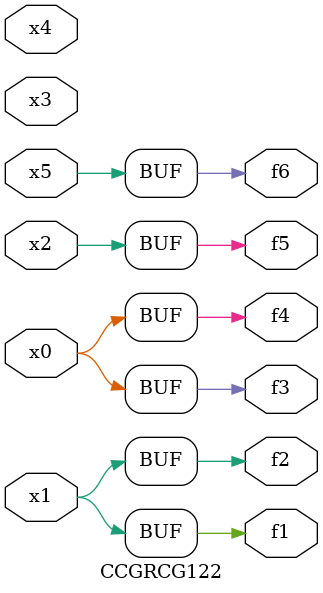
<source format=v>
module CCGRCG122(
	input x0, x1, x2, x3, x4, x5,
	output f1, f2, f3, f4, f5, f6
);
	assign f1 = x1;
	assign f2 = x1;
	assign f3 = x0;
	assign f4 = x0;
	assign f5 = x2;
	assign f6 = x5;
endmodule

</source>
